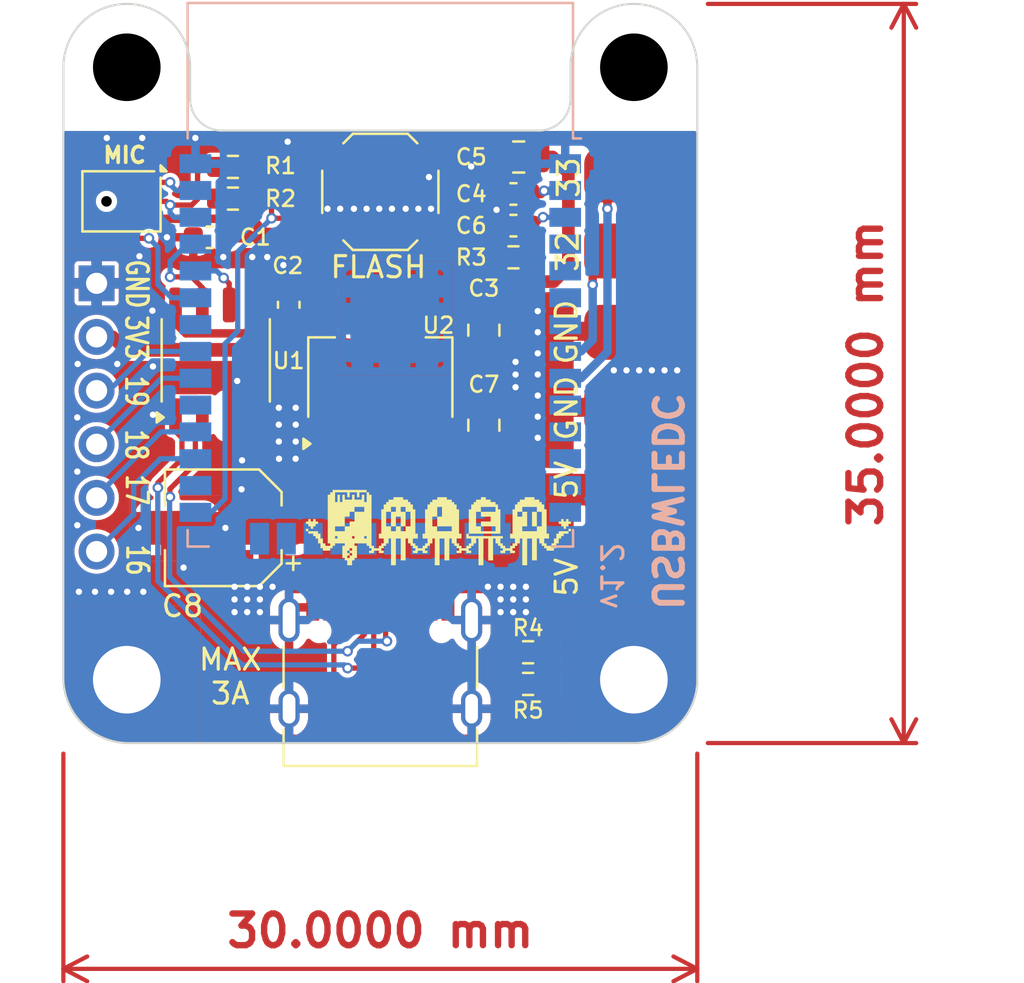
<source format=kicad_pcb>
(kicad_pcb (version 20240108) (generator "pcbnew") (generator_version "8.0")
  (title_block (title "USBWLEDC") (date "2024-12-31") (rev "1.2") (company "Adi Linden") (comment 2 "Original creator: NANDXOR"))
  (layers (0 "F.Cu" signal) (31 "B.Cu" signal) (34 "B.Paste" user) (35 "F.Paste" user) (36 "B.SilkS" user "B.Silkscreen") (37 "F.SilkS" user "F.Silkscreen") (38 "B.Mask" user) (39 "F.Mask" user) (44 "Edge.Cuts" user))
  (net 0 "")
  (net 1 "+5V")
  (net 2 "GND")
  (net 3 "I2S_WS")
  (net 4 "RX")
  (net 5 "TX")
  (net 6 "FLASH")
  (net 7 "STRIP_DATA_2")
  (net 8 "STRIP_DATA_1")
  (net 9 "I2S_SCK")
  (net 10 "I2S_SD")
  (net 11 "IO16")
  (net 12 "IO17")
  (net 13 "+3V3")
  (net 14 "Net-(J10-CC1)")
  (net 15 "D+")
  (net 16 "D-")
  (net 18 "Net-(J10-CC2)")
  (net 20 "Net-(U3-EN)")
  (net 41 "IO18")
  (net 42 "IO19")
  (footprint "Connector_USB:USB_C_Receptacle_G-Switch_GT-USB-7010ASV" (layer "F.Cu") (at 45 62.3)
    (property "Reference" "J10" (hide yes))
    (property "Value" "USB_C_Receptacle_USB2.0")
  )
  (footprint "Resistor_SMD:R_0603_1608Metric" (layer "F.Cu") (at 51.9938 62.2)
    (property "Reference" "R5")
    (property "Value" "5.1k")
  )
  (footprint "Resistor_SMD:R_0603_1608Metric" (layer "F.Cu") (at 51.9938 60.7)
    (property "Reference" "R4")
    (property "Value" "5.1k")
  )
  (footprint "Sensor_Audio:InvenSense_ICS-43434-6_3.5x2.65mm" (layer "F.Cu") (at 32.75 39.35 -90)
    (property "Reference" "MK1" (hide yes))
    (property "Value" "ICS-43434")
  )
  (footprint "Capacitor_SMD:C_0603_1608Metric" (layer "F.Cu") (at 51.3 40.5 180)
    (property "Reference" "C6")
    (property "Value" "1uF")
  )
  (footprint "Library:SolderWirePad_1x01_SMD_3x6mm" (layer "F.Cu") (at 57.15 49.15 90)
    (property "Reference" "J3" (hide yes))
    (property "Value" "GND PAD")
  )
  (footprint "Capacitor_SMD:C_0603_1608Metric" (layer "F.Cu") (at 40.6654 44.2468 -90)
    (property "Reference" "C2")
    (property "Value" "100nF")
  )
  (footprint "MountingHole:MountingHole_3.2mm_M3_DIN965_Pad" (layer "F.Cu") (at 57 33)
    (property "Reference" "H3" (hide yes))
    (property "Value" "MountingHole")
  )
  (footprint "Resistor_SMD:R_0603_1608Metric" (layer "F.Cu") (at 51.3 42)
    (property "Reference" "R3")
    (property "Value" "10k")
  )
  (footprint "Capacitor_SMD:C_0805_2012Metric" (layer "F.Cu") (at 51.55 37.25 180)
    (property "Reference" "C5")
    (property "Value" "10uF")
  )
  (footprint "MountingHole:MountingHole_3.2mm_M3_DIN965_Pad" (layer "F.Cu") (at 57 62)
    (property "Reference" "H2" (hide yes))
    (property "Value" "MountingHole")
  )
  (footprint "Button_Switch_SMD:SW_Push_1P1T_XKB_TS-1187A" (layer "F.Cu") (at 45 38.9)
    (property "Reference" "SW1" (hide yes))
    (property "Value" "FLASH_SW")
  )
  (footprint "Capacitor_SMD:C_0603_1608Metric" (layer "F.Cu") (at 51.3 39)
    (property "Reference" "C4")
    (property "Value" "100nF")
  )
  (footprint "Capacitor_SMD:C_0805_2012Metric" (layer "F.Cu") (at 49.9 49.95 90)
    (property "Reference" "C7")
    (property "Value" "10uF")
  )
  (footprint "MountingHole:MountingHole_3.2mm_M3_DIN965_Pad" (layer "F.Cu") (at 33 33)
    (property "Reference" "H4" (hide yes))
    (property "Value" "MountingHole")
  )
  (footprint "Library:SolderWirePad_1x01_SMD_3x6mm" (layer "F.Cu") (at 57.15 53 90)
    (property "Reference" "J4" (hide yes))
    (property "Value" "5V PAD")
  )
  (footprint "Library:SolderWirePad_1x01_SMD_3x6mm" (layer "F.Cu") (at 57.15 56.6 90)
    (property "Reference" "J1" (hide yes))
    (property "Value" "5V PAD")
  )
  (footprint "Library:SolderWirePad_1x01_SMD_3x6mm" (layer "F.Cu") (at 57.15 38.1 90)
    (property "Reference" "J5" (hide yes))
    (property "Value" "D2 PAD")
  )
  (footprint "Capacitor_SMD:C_0805_2012Metric" (layer "F.Cu") (at 49.9 45.45 -90)
    (property "Reference" "C3")
    (property "Value" "10uF")
  )
  (footprint "Library:SolderWirePad_1x01_SMD_3x6mm" (layer "F.Cu") (at 57.15 41.7 90)
    (property "Reference" "J2" (hide yes))
    (property "Value" "D1 PAD")
  )
  (footprint "Resistor_SMD:R_0603_1608Metric" (layer "F.Cu") (at 38.0238 37.719)
    (property "Reference" "R1")
    (property "Value" "100k")
  )
  (footprint "LOGO" (layer "F.Cu") (at 47.75 54.8)
    (property "Reference" "G***" (hide yes))
    (property "Value" "LOGO" (hide yes))
  )
  (footprint "Capacitor_SMD:CP_Elec_5x5.4" (layer "F.Cu") (at 37.5666 54.80695 180)
    (property "Reference" "C8")
    (property "Value" "100uF")
  )
  (footprint "Library:SolderWirePad_1x01_SMD_3x6mm" (layer "F.Cu") (at 57.15 45.55 90)
    (property "Reference" "J6" (hide yes))
    (property "Value" "GND PAD")
  )
  (footprint "Connector_PinHeader_2.54mm:PinHeader_1x06_P2.54mm_Vertical" (layer "F.Cu") (at 31.5722 43.2308)
    (property "Reference" "J7" (hide yes))
    (property "Value" "Accessories")
  )
  (footprint "Capacitor_SMD:C_0603_1608Metric" (layer "F.Cu") (at 36.925 41.05)
    (property "Reference" "C1")
    (property "Value" "100nF")
  )
  (footprint "MountingHole:MountingHole_3.2mm_M3_DIN965_Pad" (layer "F.Cu") (at 33 62)
    (property "Reference" "H1" (hide yes))
    (property "Value" "MountingHole")
  )
  (footprint "Package_SO:SOP-8_3.9x4.9mm_P1.27mm" (layer "F.Cu") (at 37.211 46.88 90)
    (property "Reference" "U1")
    (property "Value" "CH340N")
  )
  (footprint "Resistor_SMD:R_0603_1608Metric" (layer "F.Cu") (at 38.0238 39.219)
    (property "Reference" "R2")
    (property "Value" "10k")
  )
  (footprint "Package_TO_SOT_SMD:SOT-223-3_TabPin2" (layer "F.Cu") (at 45 47.7 90)
    (property "Reference" "U2")
    (property "Value" "AMS1117-3.3")
  )
  (footprint "RF_Module:ESP32-WROOM-32" (layer "B.Cu") (at 45 45.815 180)
    (property "Reference" "U3" (hide yes))
    (property "Value" "ESP32-WROOM-32")
  )
  (gr_line (start 60 33) (end 60 62) (stroke (width 0.1)) (layer "Edge.Cuts"))
  (gr_arc (start 54 33) (mid 57 30) (end 60 33) (stroke (width 0.1)) (layer "Edge.Cuts"))
  (gr_arc (start 30 33) (mid 33 30) (end 36 33) (stroke (width 0.1)) (layer "Edge.Cuts"))
  (gr_line (start 37.5 36) (end 52.5 36) (stroke (width 0.1)) (layer "Edge.Cuts"))
  (gr_line (start 54 34.5) (end 54 33) (stroke (width 0.1)) (layer "Edge.Cuts"))
  (gr_arc (start 60 62) (mid 59.12132 64.12132) (end 57 65) (stroke (width 0.1)) (layer "Edge.Cuts"))
  (gr_arc (start 54 34.5) (mid 53.56066 35.56066) (end 52.5 36) (stroke (width 0.1)) (layer "Edge.Cuts"))
  (gr_line (start 36 34.5) (end 36 33) (stroke (width 0.1)) (layer "Edge.Cuts"))
  (gr_line (start 57 65) (end 33 65) (stroke (width 0.1)) (layer "Edge.Cuts"))
  (gr_line (start 30 33) (end 30 62) (stroke (width 0.1)) (layer "Edge.Cuts"))
  (gr_arc (start 37.5 36) (mid 36.43934 35.56066) (end 36 34.5) (stroke (width 0.1)) (layer "Edge.Cuts"))
  (gr_arc (start 33 65) (mid 30.907728 64.092272) (end 30 62) (stroke (width 0.1)) (layer "Edge.Cuts"))
  (gr_text "v1.2" (at 55.35 58.75 270) (layer "B.SilkS") (effects (font (size 1 1)) (justify left bottom mirror)))
  (gr_text "USBWLEDC" (at 57.8 58.85 270) (layer "B.SilkS") (effects (font (size 1.3 1.3) (thickness 0.28) (bold yes)) (justify left bottom mirror)))
  (gr_text "5V" (at 54.4 58.15 90) (layer "F.SilkS") (effects (font (size 1 1)) (justify left bottom)))
  (gr_text "FLASH" (at 42.55 43.05 0) (layer "F.SilkS") (effects (font (size 1 1)) (justify left bottom)))
  (gr_text "33" (at 54.5 39.277381 90) (layer "F.SilkS") (effects (font (size 1 1)) (justify left bottom)))
  (gr_text "GND" (at 54.4 47.16131 90) (layer "F.SilkS") (effects (font (size 1 1)) (justify left bottom)))
  (gr_text "GND" (at 33.4772 43.26 270) (layer "F.SilkS") (effects (font (size 1 0.75) (thickness 0.15) (bold yes))))
  (gr_text "3V3" (at 33.4516 45.8 270) (layer "F.SilkS") (effects (font (size 1 0.75))))
  (gr_text "32" (at 54.45 42.777381 90) (layer "F.SilkS") (effects (font (size 1 1)) (justify left bottom)))
  (gr_text "MIC" (at 31.8 37.6 0) (layer "F.SilkS") (effects (font (size 0.75 0.75) (thickness 0.175) (bold yes)) (justify left bottom)))
  (gr_text "MAX\n3A" (at 37.9 61.85 0) (layer "F.SilkS") (effects (font (size 1 1))))
  (gr_text "19" (at 33.4516 48.34 270) (layer "F.SilkS") (effects (font (size 1 0.75) (thickness 0.15) (bold yes))))
  (gr_text "5V" (at 54.4 53.55 90) (layer "F.SilkS") (effects (font (size 1 1)) (justify left bottom)))
  (gr_text "17" (at 33.4772 53.0098 270) (layer "F.SilkS") (effects (font (size 1 0.75) (thickness 0.15) (bold yes))))
  (gr_text "18" (at 33.4516 50.88 270) (layer "F.SilkS") (effects (font (size 1 0.75) (thickness 0.15) (bold yes))))
  (gr_text "16" (at 33.5026 56.3372 270) (layer "F.SilkS") (effects (font (size 1 0.75) (thickness 0.15) (bold yes))))
  (gr_text "GND" (at 54.4 50.76131 90) (layer "F.SilkS") (effects (font (size 1 1)) (justify left bottom)))
  (dimension (type aligned) (layer "F.Cu") (pts (xy 60 65) (xy 30 65)) (height -10.692) (gr_text "30.0000 mm" (at 45 73.892 0) (layer "F.Cu") (effects (font (size 1.5 1.5) (thickness 0.3)))) (format (prefix "") (suffix "") (units 3) (units_format 1) (precision 4)) (style (thickness 0.2) (arrow_length 1.27) (text_position_mode 0) (extension_height 0.58642) (extension_offset 0.5) keep_text_aligned))
  (dimension (type aligned) (layer "F.Cu") (pts (xy 60 65) (xy 60 30)) (height 9.7738) (gr_text "35.0000 mm" (at 67.9738 47.5 90) (layer "F.Cu") (effects (font (size 1.5 1.5) (thickness 0.3)))) (format (prefix "") (suffix "") (units 3) (units_format 1) (precision 4)) (style (thickness 0.2) (arrow_length 1.27) (text_position_mode 0) (extension_height 0.58642) (extension_offset 0.5) keep_text_aligned))
  (segment (start 49.9 50.9) (end 49.9 52.57) (width 0.8) (layer "F.Cu") (net 1))
  (segment (start 47.4 58.575) (end 47.4 57.2) (width 0.4) (layer "F.Cu") (net 1))
  (segment (start 42.6 58.575) (end 42.6 57.25) (width 0.4) (layer "F.Cu") (net 1))
  (segment (start 49.75 50.9) (end 47.5 50.9) (width 0.8) (layer "F.Cu") (net 1))
  (segment (start 57.25 47.25) (end 57.25 48.1) (width 0.25) (layer "F.Cu") (net 2))
  (segment (start 49.9 49) (end 49.9 46.4) (width 0.4) (layer "F.Cu") (net 2))
  (segment (start 56.65 47.25) (end 56.65 46.75) (width 0.25) (layer "F.Cu") (net 2))
  (segment (start 40.8178 57.5818) (end 41.6734 57.5818) (width 0.65) (layer "F.Cu") (net 2))
  (segment (start 50.5 39.75) (end 49.35 39.75) (width 0.4) (layer "F.Cu") (net 2))
  (segment (start 48.2 58.575) (end 48.2 57.718) (width 0.4) (layer "F.Cu") (net 2))
  (segment (start 58.45 47.25) (end 58.45 46.75) (width 0.25) (layer "F.Cu") (net 2))
  (segment (start 41.8 58.575) (end 41.8 57.7084) (width 0.4) (layer "F.Cu") (net 2))
  (segment (start 48.2 57.718) (end 48.3362 57.5818) (width 0.4) (layer "F.Cu") (net 2))
  (segment (start 39.7383 64.7954) (end 41.5925 64.7954) (width 0.4) (layer "F.Cu") (net 2))
  (segment (start 56.05 47.35) (end 59.05 47.35) (width 0.4) (layer "F.Cu") (net 2))
  (segment (start 41.8 57.7084) (end 41.6734 57.5818) (width 0.4) (layer "F.Cu") (net 2))
  (segment (start 57.85 47.25) (end 57.85 48) (width 0.25) (layer "F.Cu") (net 2))
  (segment (start 50.525 39) (end 49.4 39) (width 0.4) (layer "F.Cu") (net 2))
  (segment (start 50.525 39.75) (end 50.525 40.5) (width 0.4) (layer "F.Cu") (net 2))
  (segment (start 50.525 39) (end 50.525 39.75) (width 0.4) (layer "F.Cu") (net 2))
  (segment (start 58.45 47.25) (end 58.45 48.05) (width 0.25) (layer "F.Cu") (net 2))
  (segment (start 48.3743 64.7954) (end 50.2285 64.7954) (width 0.4) (layer "F.Cu") (net 2))
  (segment (start 56.05 47.25) (end 56.05 46.75) (width 0.25) (layer "F.Cu") (net 2))
  (segment (start 57.25 47.25) (end 57.25 46.75) (width 0.25) (layer "F.Cu") (net 2))
  (segment (start 59.05 47.25) (end 59.05 46.75) (width 0.25) (layer "F.Cu") (net 2))
  (segment (start 50.525 39.75) (end 50.5 39.75) (width 0.4) (layer "F.Cu") (net 2))
  (segment (start 56.65 47.25) (end 56.65 48.05) (width 0.25) (layer "F.Cu") (net 2))
  (segment (start 49.1 36.95) (end 50.35 36.95) (width 0.4) (layer "F.Cu") (net 2))
  (segment (start 48.3362 57.5818) (end 50.6706 57.5818) (width 0.65) (layer "F.Cu") (net 2))
  (segment (start 59.05 47.25) (end 59.05 48.2) (width 0.25) (layer "F.Cu") (net 2))
  (segment (start 57.85 47.25) (end 57.85 46.75) (width 0.25) (layer "F.Cu") (net 2))
  (segment (start 56.05 47.25) (end 56.05 47.95) (width 0.25) (layer "F.Cu") (net 2))
  (segment (start 42.7 50.85) (end 41.05 50.85) (width 0.8) (layer "F.Cu") (net 2))
  (via (at 56.05 47.35) (size 0.5) (drill 0.3) (layers "F.Cu" "B.Cu") (net 2))
  (via (at 51.2888 57.6) (size 0.5) (drill 0.3) (layers "F.Cu" "B.Cu") (net 2))
  (via (at 50.0888 57.6) (size 0.5) (drill 0.3) (layers "F.Cu" "B.Cu") (net 2))
  (via (at 38.7 58.8) (size 0.5) (drill 0.3) (layers "F.Cu" "B.Cu") (net 2))
  (via (at 52.45 48.546) (size 0.5) (drill 0.3) (layers "F.Cu" "B.Cu") (net 2))
  (via (at 44.35 39.7) (size 0.5) (drill 0.3) (layers "F.Cu" "B.Cu") (net 2))
  (via (at 33.5534 54.8132) (size 0.5) (drill 0.3) (layers "F.Cu" "B.Cu") (net 2))
  (via (at 50.5 39.75) (size 0.5) (drill 0.3) (layers "F.Cu" "B.Cu") (net 2))
  (via (at 32.258 57.8358) (size 0.5) (drill 0.3) (layers "F.Cu" "B.Cu") (net 2))
  (via (at 30.6578 54.6862) (size 0.5) (drill 0.3) (layers "F.Cu" "B.Cu") (net 2))
  (via (at 51.8888 58.8) (size 0.5) (drill 0.3) (layers "F.Cu" "B.Cu") (net 2))
  (via (at 52.45 50.546) (size 0.5) (drill 0.3) (layers "F.Cu" "B.Cu") (net 2))
  (via (at 34.9 41.05) (size 0.5) (drill 0.3) (layers "F.Cu" "B.Cu") (net 2))
  (via (at 30.734 57.8358) (size 0.5) (drill 0.3) (layers "F.Cu" "B.Cu") (net 2))
  (via (at 40.9912 51.538) (size 0.5) (drill 0.3) (layers "F.Cu" "B.Cu") (net 2))
  (via (at 30.6578 49.5808) (size 0.5) (drill 0.3) (layers "F.Cu" "B.Cu") (net 2))
  (via (at 47.4 39.7) (size 0.5) (drill 0.3) (layers "F.Cu" "B.Cu") (net 2))
  (via (at 57.25 47.35) (size 0.5) (drill 0.3) (layers "F.Cu" "B.Cu") (net 2))
  (via (at 51.4 46.95) (size 0.5) (drill 0.3) (layers "F.Cu" "B.Cu") (net 2))
  (via (at 56.65 47.35) (size 0.5) (drill 0.3) (layers "F.Cu" "B.Cu") (net 2))
  (via (at 34.2392 49.4538) (size 0.5) (drill 0.3) (layers "F.Cu" "B.Cu") (net 2))
  (via (at 37.6682 54.8132) (size 0.5) (drill 0.3) (layers "F.Cu" "B.Cu") (net 2))
  (via (at 30.6578 52.1462) (size 0.5) (drill 0.3) (layers "F.Cu" "B.Cu") (net 2))
  (via (at 34.2138 44.5262) (size 0.5) (drill 0.3) (layers "F.Cu" "B.Cu") (net 2))
  (via (at 38.7 58.2) (size 0.5) (drill 0.3) (layers "F.Cu" "B.Cu") (net 2))
  (via (at 39.3 58.8) (size 0.5) (drill 0.3) (layers "F.Cu" "B.Cu") (net 2))
  (via (at 42.5 39.7) (size 0.5) (drill 0.3) (layers "F.Cu" "B.Cu") (net 2))
  (via (at 51.8888 58.2) (size 0.5) (drill 0.3) (layers "F.Cu" "B.Cu") (net 2))
  (via (at 39.3 58.2) (size 0.5) (drill 0.3) (layers "F.Cu" "B.Cu") (net 2))
  (via (at 52.45 44.546) (size 0.5) (drill 0.3) (layers "F.Cu" "B.Cu") (net 2))
  (via (at 36.2458 36.3474) (size 0.5) (drill 0.3) (layers "F.Cu" "B.Cu") (net 2))
  (via (at 39.6494 41.9862) (size 0.5) (drill 0.3) (layers "F.Cu" "B.Cu") (net 2))
  (via (at 58.45 47.35) (size 0.5) (drill 0.3) (layers "F.Cu" "B.Cu") (net 2))
  (via (at 46.8 39.7) (size 0.5) (drill 0.3) (layers "F.Cu" "B.Cu") (net 2))
  (via (at 52.45 49.546) (size 0.5) (drill 0.3) (layers "F.Cu" "B.Cu") (net 2))
  (via (at 57.85 47.35) (size 0.5) (drill 0.3) (layers "F.Cu" "B.Cu") (net 2))
  (via (at 34.2392 47.1678) (size 0.5) (drill 0.3) (layers "F.Cu" "B.Cu") (net 2))
  (via (at 51.2888 58.8) (size 0.5) (drill 0.3) (layers "F.Cu" "B.Cu") (net 2))
  (via (at 33.02 57.8358) (size 0.5) (drill 0.3) (layers "F.Cu" "B.Cu") (net 2))
  (via (at 38.1 58.8) (size 0.5) (drill 0.3) (layers "F.Cu" "B.Cu") (net 2))
  (via (at 40.9956 49.1236) (size 0.5) (drill 0.3) (layers "F.Cu" "B.Cu") (net 2))
  (via (at 38.4556 51.6128) (size 0.5) (drill 0.3) (layers "F.Cu" "B.Cu") (net 2))
  (via (at 40.1956 49.9236) (size 0.5) (drill 0.3) (layers "F.Cu" "B.Cu") (net 2))
  (via (at 38.4302 52.9844) (size 0.5) (drill 0.3) (layers "F.Cu" "B.Cu") (net 2))
  (via (at 35.687 56.6928) (size 0.5) (drill 0.3) (layers "F.Cu" "B.Cu") (net 2))
  (via (at 39.3 57.6) (size 0.5) (drill 0.3) (layers "F.Cu" "B.Cu") (net 2))
  (via (at 33.7312 36.3474) (size 0.5) (drill 0.3) (layers "F.Cu" "B.Cu") (net 2))
  (via (at 49.3 37.7) (size 0.5) (drill 0.3) (layers "F.Cu" "B.Cu") (net 2))
  (via (at 38.9382 41.9862) (size 0.5) (drill 0.3) (layers "F.Cu" "B.Cu") (net 2))
  (via (at 30.6762 47.05) (size 0.5) (drill 0.3) (layers "F.Cu" "B.Cu") (net 2))
  (via (at 31.496 57.8358) (size 0.5) (drill 0.3) (layers "F.Cu" "B.Cu") (net 2))
  (via (at 33.782 57.8358) (size 0.5) (drill 0.3) (layers "F.Cu" "B.Cu") (net 2))
  (via (at 40.9956 49.9236) (size 0.5) (drill 0.3) (layers "F.Cu" "B.Cu") (net 2))
  (via (at 40.1956 49.1236) (size 0.5) (drill 0.3) (layers "F.Cu" "B.Cu") (net 2))
  (via (at 52.45 45.546) (size 0.5) (drill 0.3) (layers "F.Cu" "B.Cu") (net 2))
  (via (at 51.2888 58.2) (size 0.5) (drill 0.3) (layers "F.Cu" "B.Cu") (net 2))
  (via (at 38.227 47.8536) (size 0.5) (drill 0.3) (layers "F.Cu" "B.Cu") (net 2))
  (via (at 38.1 58.2) (size 0.5) (drill 0.3) (layers "F.Cu" "B.Cu") (net 2))
  (via (at 40.1956 50.7236) (size 0.5) (drill 0.3) (layers "F.Cu" "B.Cu") (net 2))
  (via (at 37.5666 41.9862) (size 0.5) (drill 0.3) (layers "F.Cu" "B.Cu") (net 2))
  (via (at 50.6888 58.2) (size 0.5) (drill 0.3) (layers "F.Cu" "B.Cu") (net 2))
  (via (at 38.7 57.6) (size 0.5) (drill 0.3) (layers "F.Cu" "B.Cu") (net 2))
  (via (at 52.45 46.546) (size 0.5) (drill 0.3) (layers "F.Cu" "B.Cu") (net 2))
  (via (at 40.6146 36.5252) (size 0.5) (drill 0.3) (layers "F.Cu" "B.Cu") (net 2))
  (via (at 32.0548 36.3474) (size 0.5) (drill 0.3) (layers "F.Cu" "B.Cu") (net 2))
  (via (at 39.9 57.6) (size 0.5) (drill 0.3) (layers "F.Cu" "B.Cu") (net 2))
  (via (at 32.55 47.05) (size 0.5) (drill 0.3) (layers "F.Cu" "B.Cu") (net 2))
  (via (at 40.2038 51.538) (size 0.5) (drill 0.3) (layers "F.Cu" "B.Cu") (net 2))
  (via (at 40.4114 42.3672) (size 0.5) (drill 0.3) (layers "F.Cu" "B.Cu") (net 2))
  (via (at 40.9956 50.7236) (size 0.5) (drill 0.3) (layers "F.Cu" "B.Cu") (net 2))
  (via (at 59.05 47.35) (size 0.5) (drill 0.3) (layers "F.Cu" "B.Cu") (net 2))
  (via (at 51.4 47.55) (size 0.5) (drill 0.3) (layers "F.Cu" "B.Cu") (net 2))
  (via (at 51.8888 57.6) (size 0.5) (drill 0.3) (layers "F.Cu" "B.Cu") (net 2))
  (via (at 51.4 48.15) (size 0.5) (drill 0.3) (layers "F.Cu" "B.Cu") (net 2))
  (via (at 43.75 39.7) (size 0.5) (drill 0.3) (layers "F.Cu" "B.Cu") (net 2))
  (via (at 50.6888 58.8) (size 0.5) (drill 0.3) (layers "F.Cu" "B.Cu") (net 2))
  (via (at 38.1 57.6) (size 0.5) (drill 0.3) (layers "F.Cu" "B.Cu") (net 2))
  (via (at 50.6888 57.6) (size 0.5) (drill 0.3) (layers "F.Cu" "B.Cu") (net 2))
  (via (at 47.3 38.2) (size 0.5) (drill 0.3) (layers "F.Cu" "B.Cu") (net 2))
  (via (at 44.95 39.7) (size 0.5) (drill 0.3) (layers "F.Cu" "B.Cu") (net 2))
  (via (at 52.45 47.546) (size 0.5) (drill 0.3) (layers "F.Cu" "B.Cu") (net 2))
  (via (at 46.2 39.7) (size 0.5) (drill 0.3) (layers "F.Cu" "B.Cu") (net 2))
  (via (at 33.6 41.95) (size 0.5) (drill 0.3) (layers "F.Cu" "B.Cu") (net 2))
  (via (at 43.1 39.7) (size 0.5) (drill 0.3) (layers "F.Cu" "B.Cu") (net 2))
  (via (at 45.55 39.7) (size 0.5) (drill 0.3) (layers "F.Cu" "B.Cu") (net 2))
  (segment (start 34.114 38.45) (end 35.05 38.45) (width 0.25) (layer "F.Cu") (net 3))
  (via (at 35.05 38.45) (size 0.5) (drill 0.3) (layers "F.Cu" "B.Cu") (net 3))
  (segment (start 35.335 38.835) (end 36.25 38.835) (width 0.25) (layer "B.Cu") (net 3))
  (segment (start 35.05 38.45) (end 35.05 38.55) (width 0.25) (layer "B.Cu") (net 3))
  (segment (start 35.05 38.55) (end 35.335 38.835) (width 0.25) (layer "B.Cu") (net 3))
  (segment (start 37.585 42.9768) (end 37.846 43.2378) (width 0.25) (layer "F.Cu") (net 4))
  (segment (start 37.846 43.2378) (end 37.846 44.255) (width 0.25) (layer "F.Cu") (net 4))
  (via (at 37.585 42.9768) (size 0.5) (drill 0.3) (layers "F.Cu" "B.Cu") (net 4))
  (segment (start 37.2532 42.645) (end 36.25 42.645) (width 0.25) (layer "B.Cu") (net 4))
  (segment (start 37.585 42.9768) (end 37.2532 42.645) (width 0.25) (layer "B.Cu") (net 4))
  (segment (start 36.068 42.926) (end 36.576 43.434) (width 0.25) (layer "F.Cu") (net 5))
  (segment (start 36.576 43.434) (end 36.576 44.255) (width 0.25) (layer "F.Cu") (net 5))
  (segment (start 35.050498 42.926) (end 36.068 42.926) (width 0.25) (layer "F.Cu") (net 5))
  (via (at 35.050498 42.926) (size 0.5) (drill 0.3) (layers "F.Cu" "B.Cu") (net 5))
  (segment (start 35.050498 42.926) (end 35.05 42.925502) (width 0.25) (layer "B.Cu") (net 5))
  (segment (start 35.86038 41.375) (end 36.25 41.375) (width 0.25) (layer "B.Cu") (net 5))
  (segment (start 35.05 42.925502) (end 35.05 42.18538) (width 0.25) (layer "B.Cu") (net 5))
  (segment (start 35.05 42.18538) (end 35.86038 41.375) (width 0.25) (layer "B.Cu") (net 5))
  (segment (start 39.519 39.219) (end 39.85 39.55) (width 0.25) (layer "F.Cu") (net 6))
  (segment (start 39.85 39.55) (end 39.85 40.15) (width 0.25) (layer "F.Cu") (net 6))
  (segment (start 38.8488 39.219) (end 39.519 39.219) (width 0.25) (layer "F.Cu") (net 6))
  (segment (start 42 40.775) (end 48 40.775) (width 0.25) (layer "F.Cu") (net 6))
  (segment (start 39.85 40.15) (end 41.375 40.15) (width 0.25) (layer "F.Cu") (net 6))
  (segment (start 41.375 40.15) (end 42 40.775) (width 0.25) (layer "F.Cu") (net 6))
  (via (at 39.85 40.15) (size 0.5) (drill 0.3) (layers "F.Cu" "B.Cu") (net 6))
  (segment (start 38.25 41.75) (end 39.85 40.15) (width 0.25) (layer "B.Cu") (net 6))
  (segment (start 37 54.075) (end 36.25 54.075) (width 0.25) (layer "B.Cu") (net 6))
  (segment (start 38.25 45.4938) (end 38.25 41.75) (width 0.25) (layer "B.Cu") (net 6))
  (segment (start 38.25 45.4938) (end 37.65 46.0938) (width 0.25) (layer "B.Cu") (net 6))
  (segment (start 37.65 53.425) (end 37 54.075) (width 0.25) (layer "B.Cu") (net 6))
  (segment (start 37.65 46.0938) (end 37.65 53.425) (width 0.25) (layer "B.Cu") (net 6))
  (segment (start 55.747442 39.703649) (end 55.747442 39.402558) (width 0.4) (layer "F.Cu") (net 7))
  (segment (start 55.747442 39.402558) (end 55.75 39.4) (width 0.4) (layer "F.Cu") (net 7))
  (via (at 55.747442 39.703649) (size 0.5) (drill 0.3) (layers "F.Cu" "B.Cu") (net 7))
  (segment (start 53.75 47.725) (end 54.5 47.725) (width 0.25) (layer "B.Cu") (net 7))
  (segment (start 55.747442 39.703649) (end 55.75 39.706207) (width 0.4) (layer "B.Cu") (net 7))
  (segment (start 55.75 39.706207) (end 55.75 46.475) (width 0.4) (layer "B.Cu") (net 7))
  (segment (start 55.75 46.475) (end 54.5 47.725) (width 0.4) (layer "B.Cu") (net 7))
  (segment (start 55.05 43.3) (end 55.05 42.8) (width 0.4) (layer "F.Cu") (net 8))
  (via (at 55.05 43.3) (size 0.5) (drill 0.3) (layers "F.Cu" "B.Cu") (net 8))
  (segment (start 55.05 43.3) (end 55.05 45.905) (width 0.4) (layer "B.Cu") (net 8))
  (segment (start 55.05 45.905) (end 54.5 46.455) (width 0.4) (layer "B.Cu") (net 8))
  (segment (start 53.75 46.455) (end 54.5 46.455) (width 0.25) (layer "B.Cu") (net 8))
  (segment (start 33.592 41.1) (end 33.292 40.8) (width 0.25) (layer "F.Cu") (net 9))
  (segment (start 34.05 41.1) (end 33.592 41.1) (width 0.25) (layer "F.Cu") (net 9))
  (segment (start 33.292 40.8) (end 33.292 40.25) (width 0.25) (layer "F.Cu") (net 9))
  (via (at 34.05 41.1) (size 0.5) (drill 0.3) (layers "F.Cu" "B.Cu") (net 9))
  (segment (start 34.475498 43.275498) (end 34.475498 41.525498) (width 0.25) (layer "B.Cu") (net 9))
  (segment (start 34.5 43.3) (end 34.475498 43.275498) (width 0.25) (layer "B.Cu") (net 9))
  (segment (start 34.475498 41.525498) (end 34.3 41.35) (width 0.25) (layer "B.Cu") (net 9))
  (segment (start 34.3 41.35) (end 34.05 41.1) (width 0.25) (layer "B.Cu") (net 9))
  (segment (start 36.25 43.915) (end 35.115 43.915) (width 0.25) (layer "B.Cu") (net 9))
  (segment (start 35.115 43.915) (end 34.5 43.3) (width 0.25) (layer "B.Cu") (net 9))
  (segment (start 35.05 39.525) (end 36.075 39.525) (width 0.25) (layer "F.Cu") (net 10))
  (segment (start 36.631 37.719) (end 37.1988 37.719) (width 0.25) (layer "F.Cu") (net 10))
  (segment (start 36.35 39.25) (end 36.35 38) (width 0.25) (layer "F.Cu") (net 10))
  (segment (start 36.075 39.525) (end 36.35 39.25) (width 0.25) (layer "F.Cu") (net 10))
  (segment (start 36.35 38) (end 36.631 37.719) (width 0.25) (layer "F.Cu") (net 10))
  (segment (start 34.114 39.35) (end 34.875 39.35) (width 0.25) (layer "F.Cu") (net 10))
  (segment (start 34.875 39.35) (end 35.05 39.525) (width 0.25) (layer "F.Cu") (net 10))
  (via (at 35.05 39.525) (size 0.5) (drill 0.3) (layers "F.Cu" "B.Cu") (net 10))
  (segment (start 35.05 39.525) (end 35.05 39.9) (width 0.25) (layer "B.Cu") (net 10))
  (segment (start 35.255 40.105) (end 36.25 40.105) (width 0.25) (layer "B.Cu") (net 10))
  (segment (start 35.05 39.9) (end 35.255 40.105) (width 0.25) (layer "B.Cu") (net 10))
  (segment (start 36.25 51.535) (end 34.5964 51.535) (width 0.25) (layer "B.Cu") (net 11))
  (segment (start 34.5964 51.535) (end 33.3248 52.8066) (width 0.25) (layer "B.Cu") (net 11))
  (segment (start 31.5722 55.905027) (end 31.5722 55.9308) (width 0.25) (layer "B.Cu") (net 11))
  (segment (start 33.239027 54.2382) (end 31.5722 55.905027) (width 0.25) (layer "B.Cu") (net 11))
  (segment (start 33.3248 54.1782) (end 33.2648 54.2382) (width 0.25) (layer "B.Cu") (net 11))
  (segment (start 33.3248 52.8066) (end 33.3248 54.1782) (width 0.25) (layer "B.Cu") (net 11))
  (segment (start 33.2648 54.2382) (end 33.239027 54.2382) (width 0.25) (layer "B.Cu") (net 11))
  (segment (start 31.5722 53.3908) (end 31.5722 53.3146) (width 0.25) (layer "B.Cu") (net 12))
  (segment (start 31.5722 53.3146) (end 34.6218 50.265) (width 0.25) (layer "B.Cu") (net 12))
  (segment (start 34.6218 50.265) (end 36.25 50.265) (width 0.25) (layer "B.Cu") (net 12))
  (segment (start 37.7 40.55) (end 37.325 40.175) (width 0.4) (layer "F.Cu") (net 13))
  (segment (start 37.325 40.175) (end 34.189 40.175) (width 0.4) (layer "F.Cu") (net 13))
  (segment (start 53.15 37.25) (end 53.9 38) (width 0.6) (layer "F.Cu") (net 13))
  (segment (start 52.075 37.675) (end 52.5 37.25) (width 0.4) (layer "F.Cu") (net 13))
  (segment (start 39.8828 45.0218) (end 40.6654 45.0218) (width 0.4) (layer "F.Cu") (net 13))
  (segment (start 37.75 39.5) (end 38.35 40.1) (width 0.4) (layer "F.Cu") (net 13))
  (segment (start 32.3342 45.7708) (end 32.915661 46.352261) (width 0.6) (layer "F.Cu") (net 13))
  (segment (start 39.2 40.45) (end 39.2 40.85) (width 0.4) (layer "F.Cu") (net 13))
  (segment (start 34.189 40.175) (end 34.114 40.25) (width 0.4) (layer "F.Cu") (net 13))
  (segment (start 52.6 39) (end 52.75 38.85) (width 0.4) (layer "F.Cu") (net 13))
  (segment (start 35.306 45.106) (end 35.306 44.255) (width 0.4) (layer "F.Cu") (net 13))
  (segment (start 39.116 44.255) (end 39.116 45.1104) (width 0.4) (layer "F.Cu") (net 13))
  (segment (start 52.075 39) (end 52.6 39) (width 0.4) (layer "F.Cu") (net 13))
  (segment (start 37.1988 39.219) (end 37.469 39.219) (width 0.4) (layer "F.Cu") (net 13))
  (segment (start 52.075 39) (end 52.075 37.675) (width 0.4) (layer "F.Cu") (net 13))
  (segment (start 32.915661 46.352261) (end 32.915661 46.355) (width 0.6) (layer "F.Cu") (net 13))
  (segment (start 53.9 38) (end 53.9 42.45) (width 0.6) (layer "F.Cu") (net 13))
  (segment (start 37.469 39.219) (end 37.75 39.5) (width 0.4) (layer "F.Cu") (net 13))
  (segment (start 37.7 41.05) (end 37.7 40.55) (width 0.4) (layer "F.Cu") (net 13))
  (segment (start 52.5 37.25) (end 53.15 37.25) (width 0.6) (layer "F.Cu") (net 13))
  (segment (start 39.116 45.1104) (end 38.6264 45.6) (width 0.4) (layer "F.Cu") (net 13))
  (segment (start 53.2 43.15) (end 49.25 43.15) (width 0.6) (layer "F.Cu") (net 13))
  (segment (start 32.915661 46.355) (end 32.941061 46.3804) (width 0.65) (layer "F.Cu") (net 13))
  (segment (start 53.9 42.45) (end 53.2 43.15) (width 0.6) (layer "F.Cu") (net 13))
  (segment (start 32.941061 46.3804) (end 38.735 46.3804) (width 0.65) (layer "F.Cu") (net 13))
  (segment (start 31.5722 45.7708) (end 32.3342 45.7708) (width 0.6) (layer "F.Cu") (net 13))
  (segment (start 38.35 40.1) (end 38.85 40.1) (width 0.4) (layer "F.Cu") (net 13))
  (segment (start 35.8 45.6) (end 35.306 45.106) (width 0.4) (layer "F.Cu") (net 13))
  (segment (start 38.6264 45.6) (end 35.8 45.6) (width 0.4) (layer "F.Cu") (net 13))
  (segment (start 38.85 40.1) (end 39.2 40.45) (width 0.4) (layer "F.Cu") (net 13))
  (segment (start 39.116 44.255) (end 39.8828 45.0218) (width 0.4) (layer "F.Cu") (net 13))
  (via (at 52.75 38.85) (size 0.5) (drill 0.3) (layers "F.Cu" "B.Cu") (net 13))
  (segment (start 53.735 38.85) (end 53.75 38.835) (width 0.6) (layer "B.Cu") (net 13))
  (segment (start 52.75 38.85) (end 53.735 38.85) (width 0.4) (layer "B.Cu") (net 13))
  (segment (start 44.75 61.7) (end 44.3 62.15) (width 0.25) (layer "F.Cu") (net 14))
  (segment (start 50.05 61.7) (end 44.75 61.7) (width 0.25) (layer "F.Cu") (net 14))
  (segment (start 44.3 62.15) (end 43.25 62.15) (width 0.25) (layer "F.Cu") (net 14))
  (segment (start 50.55 62.2) (end 50.05 61.7) (width 0.25) (layer "F.Cu") (net 14))
  (segment (start 42.8 61.7) (end 42.8 60.35) (width 0.25) (layer "F.Cu") (net 14))
  (segment (start 43.25 62.15) (end 42.8 61.7) (width 0.25) (layer "F.Cu") (net 14))
  (segment (start 51.1688 62.2) (end 50.55 62.2) (width 0.25) (layer "F.Cu") (net 14))
  (segment (start 42.8 60.35) (end 43.75 59.4) (width 0.25) (layer "F.Cu") (net 14))
  (segment (start 43.75 59.4) (end 43.75 58.575) (width 0.25) (layer "F.Cu") (net 14))
  (segment (start 50.9188 61.95) (end 51.1688 62.2) (width 0.25) (layer "F.Cu") (net 14))
  (segment (start 45.75 58.575) (end 45.75 59.6) (width 0.25) (layer "F.Cu") (net 15))
  (segment (start 35.6108 50.5461) (end 35.306 50.2413) (width 0.25) (layer "F.Cu") (net 15))
  (segment (start 35.6108 51.5366) (end 35.6108 50.5461) (width 0.25) (layer "F.Cu") (net 15))
  (segment (start 44.687824 59.712176) (end 44.75 59.65) (width 0.25) (layer "F.Cu") (net 15))
  (segment (start 34.470728 52.910768) (end 34.470728 52.676672) (width 0.25) (layer "F.Cu") (net 15))
  (segment (start 34.470728 52.676672) (end 35.6108 51.5366) (width 0.25) (layer "F.Cu") (net 15))
  (segment (start 44.895166 60.75) (end 44.687824 60.542658) (width 0.25) (layer "F.Cu") (net 15))
  (segment (start 44.895166 60.75) (end 44.195166 61.45) (width 0.25) (layer "F.Cu") (net 15))
  (segment (start 35.306 50.2413) (end 35.306 49.505) (width 0.25) (layer "F.Cu") (net 15))
  (segment (start 45.95 59.8) (end 45.95 60.55) (width 0.25) (layer "F.Cu") (net 15))
  (segment (start 45.95 60.55) (end 45.75 60.75) (width 0.25) (layer "F.Cu") (net 15))
  (segment (start 44.75 59.65) (end 44.75 58.575) (width 0.25) (layer "F.Cu") (net 15))
  (segment (start 44.687824 60.542658) (end 44.687824 59.712176) (width 0.25) (layer "F.Cu") (net 15))
  (segment (start 45.75 59.6) (end 45.95 59.8) (width 0.25) (layer "F.Cu") (net 15))
  (segment (start 44.195166 61.45) (end 43.45 61.45) (width 0.25) (layer "F.Cu") (net 15))
  (segment (start 45.75 60.75) (end 44.895166 60.75) (width 0.25) (layer "F.Cu") (net 15))
  (via (at 43.45 61.45) (size 0.5) (drill 0.3) (layers "F.Cu" "B.Cu") (net 15))
  (via (at 34.470728 52.910768) (size 0.5) (drill 0.3) (layers "F.Cu" "B.Cu") (net 15))
  (segment (start 43.3 61.3) (end 43.45 61.45) (width 0.25) (layer "B.Cu") (net 15))
  (segment (start 34.4678 57.3178) (end 38.45 61.3) (width 0.25) (layer "B.Cu") (net 15))
  (segment (start 38.45 61.3) (end 43.3 61.3) (width 0.25) (layer "B.Cu") (net 15))
  (segment (start 34.470728 52.910768) (end 34.4678 52.913696) (width 0.25) (layer "B.Cu") (net 15))
  (segment (start 34.4678 52.913696) (end 34.4678 57.3178) (width 0.25) (layer "B.Cu") (net 15))
  (segment (start 45.25 60.1119) (end 45.25 58.575) (width 0.25) (layer "F.Cu") (net 16))
  (segment (start 36.2458 51.7652) (end 36.2458 50.546) (width 0.25) (layer "F.Cu") (net 16))
  (segment (start 44.237824 58.587176) (end 44.237824 59.862176) (width 0.25) (layer "F.Cu") (net 16))
  (segment (start 45.3136 60.1755) (end 45.25 60.1119) (width 0.25) (layer "F.Cu") (net 16))
  (segment (start 36.576 50.2158) (end 36.576 49.505) (width 0.25) (layer "F.Cu") (net 16))
  (segment (start 44.237824 59.862176) (end 43.45 60.65) (width 0.25) (layer "F.Cu") (net 16))
  (segment (start 35.0423 52.9687) (end 36.2458 51.7652) (width 0.25) (layer "F.Cu") (net 16))
  (segment (start 44.25 58.575) (end 44.237824 58.587176) (width 0.25) (layer "F.Cu") (net 16))
  (segment (start 36.2458 50.546) (end 36.576 50.2158) (width 0.25) (layer "F.Cu") (net 16))
  (segment (start 35.0423 53.347545) (end 35.0423 52.9687) (width 0.25) (layer "F.Cu") (net 16))
  (via (at 35.0423 53.347545) (size 0.5) (drill 0.3) (layers "F.Cu" "B.Cu") (net 16))
  (via (at 45.3136 60.1755) (size 0.5) (drill 0.3) (layers "F.Cu" "B.Cu") (net 16))
  (via (at 43.45 60.65) (size 0.5) (drill 0.3) (layers "F.Cu" "B.Cu") (net 16))
  (segment (start 43.9245 60.1755) (end 43.45 60.65) (width 0.25) (layer "B.Cu") (net 16))
  (segment (start 35.0266 53.363245) (end 35.0266 57.1266) (width 0.25) (layer "B.Cu") (net 16))
  (segment (start 45.3136 60.1755) (end 43.9245 60.1755) (width 0.25) (layer "B.Cu") (net 16))
  (segment (start 38.55 60.65) (end 43.45 60.65) (width 0.25) (layer "B.Cu") (net 16))
  (segment (start 35.0266 57.1266) (end 38.55 60.65) (width 0.25) (layer "B.Cu") (net 16))
  (segment (start 35.0423 53.347545) (end 35.0266 53.363245) (width 0.25) (layer "B.Cu") (net 16))
  (segment (start 51.1688 60.7) (end 50.5 60.7) (width 0.25) (layer "F.Cu") (net 18))
  (segment (start 46.75 60.75) (end 46.75 58.575) (width 0.25) (layer "F.Cu") (net 18))
  (segment (start 50 61.2) (end 47.2 61.2) (width 0.25) (layer "F.Cu") (net 18))
  (segment (start 51.0688 60.8) (end 51.1688 60.7) (width 0.25) (layer "F.Cu") (net 18))
  (segment (start 50.5 60.7) (end 50 61.2) (width 0.25) (layer "F.Cu") (net 18))
  (segment (start 47.2 61.2) (end 46.75 60.75) (width 0.25) (layer "F.Cu") (net 18))
  (segment (start 52.125 42) (end 52.125 40.55) (width 0.4) (layer "F.Cu") (net 20))
  (segment (start 52.125 40.55) (end 52.075 40.5) (width 0.6) (layer "F.Cu") (net 20))
  (segment (start 52.3 40.5) (end 52.7 40.1) (width 0.25) (layer "F.Cu") (net 20))
  (via (at 52.7 40.1) (size 0.5) (drill 0.3) (layers "F.Cu" "B.Cu") (net 20))
  (segment (start 53.75 40.105) (end 52.705 40.105) (width 0.25) (layer "B.Cu") (net 20))
  (segment (start 52.705 40.105) (end 52.7 40.1) (width 0.25) (layer "B.Cu") (net 20))
  (segment (start 34.6472 47.725) (end 36.25 47.725) (width 0.25) (layer "B.Cu") (net 41))
  (segment (start 31.496 50.8762) (end 34.6472 47.725) (width 0.25) (layer "B.Cu") (net 41))
  (segment (start 32.131 48.3362) (end 34.0122 46.455) (width 0.25) (layer "B.Cu") (net 42))
  (segment (start 34.0122 46.455) (end 36.25 46.455) (width 0.25) (layer "B.Cu") (net 42))
  (segment (start 31.496 48.3362) (end 32.131 48.3362) (width 0.25) (layer "B.Cu") (net 42))
  (zone (net 0) (net_name "") (layer "F.Cu") (connect_pads (clearance 0)) (min_thickness 0.25)
    (keepout (tracks allowed) (vias allowed) (pads allowed) (copperpour not_allowed) (footprints allowed))
    (fill (thermal_gap 0.5) (thermal_bridge_width 1.5))
    (polygon (pts (xy 55.3 42.9) (xy 52.5 42.9) (xy 52.5 36) (xy 55.3 36)))
  )
  (zone (net 0) (net_name "") (layer "F.Cu") (connect_pads (clearance 0)) (min_thickness 0.25)
    (keepout (tracks allowed) (vias allowed) (pads allowed) (copperpour not_allowed) (footprints allowed))
    (fill (thermal_gap 0.5) (thermal_bridge_width 0.5))
    (polygon (pts (xy 36.1188 43.18) (xy 40.005 43.18) (xy 40.005 42.5196) (xy 36.1188 42.5196)))
  )
  (zone (net 13) (net_name "+3V3") (layer "F.Cu") (priority 1) (connect_pads (clearance 0)) (min_thickness 0.25) (fill yes (thermal_gap 0.4) (thermal_bridge_width 0.5))
    (polygon (pts (xy 44.25 51.1) (xy 45.75 51.1) (xy 45.75 49.65) (xy 49.7078 49.65) (xy 49.7078 45.25) (xy 50.65 45.25) (xy 50.65 40.25) (xy 48.5 41.35) (xy 41.4274 41.35) (xy 40.65 40.6) (xy 37.0078 40.5662) (xy 37.0078 41.3512) (xy 40.3606 41.3512) (xy 41.5544 42.545) (xy 41.5544 44.3738) (xy 40.4114 44.3738) (xy 40.4114 45.974) (xy 38.6842 45.974) (xy 38.6842 48.4886) (xy 41.529 48.4886) (xy 41.55 49.65) (xy 44.25 49.65)))
  )
  (zone (net 0) (net_name "") (layer "F.Cu") (connect_pads (clearance 0)) (min_thickness 0.25)
    (keepout (tracks allowed) (vias allowed) (pads allowed) (copperpour not_allowed) (footprints allowed))
    (fill (thermal_gap 0.5) (thermal_bridge_width 0.5))
    (polygon (pts (xy 50.038 36.7538) (xy 50.038 36.0172) (xy 41.021 36.0172) (xy 41.021 36.7792)))
  )
  (zone (net 0) (net_name "") (layer "F.Cu") (connect_pads (clearance 0)) (min_thickness 0.25)
    (keepout (tracks allowed) (vias allowed) (pads allowed) (copperpour not_allowed) (footprints allowed))
    (fill (thermal_gap 0.5) (thermal_bridge_width 0.5))
    (polygon (pts (xy 54.15 53.8) (xy 54.15 55.9) (xy 54.65 55.9) (xy 54.65 53.8)))
  )
  (zone (net 0) (net_name "") (layer "F.Cu") (connect_pads (clearance 0)) (min_thickness 0.25)
    (keepout (tracks allowed) (vias allowed) (pads allowed) (copperpour not_allowed) (footprints allowed))
    (fill (thermal_gap 0.5) (thermal_bridge_width 0.5))
    (polygon (pts (xy 54.15 51.3) (xy 54.1528 51.9684) (xy 54.737 51.9684) (xy 54.737 51.308)))
  )
  (zone (net 0) (net_name "") (layer "F.Cu") (connect_pads (clearance 0)) (min_thickness 0.25)
    (keepout (tracks allowed) (vias allowed) (pads allowed) (copperpour not_allowed) (footprints allowed))
    (fill (thermal_gap 0.5) (thermal_bridge_width 1))
    (polygon (pts (xy 54.15 49.55) (xy 54.15 51.3) (xy 54.65 51.3) (xy 54.65 49.55)))
  )
  (zone (net 13) (net_name "+3V3") (layer "F.Cu") (priority 2) (connect_pads (clearance 0)) (min_thickness 0.25) (fill yes (thermal_gap 0.3) (thermal_bridge_width 1.5))
    (polygon (pts (xy 47.75 42.95) (xy 47.75 46.3) (xy 42.2 46.3) (xy 42.2 42.95)))
  )
  (zone (net 0) (net_name "") (layer "F.Cu") (connect_pads (clearance 0)) (min_thickness 0.25)
    (keepout (tracks allowed) (vias allowed) (pads allowed) (copperpour not_allowed) (footprints allowed))
    (fill (thermal_gap 0.5) (thermal_bridge_width 0.5))
    (polygon (pts (xy 54.15 45.95) (xy 54.15 48.55) (xy 54.65 48.55) (xy 54.65 45.95)))
  )
  (zone (net 0) (net_name "") (layer "F.Cu") (connect_pads (clearance 0)) (min_thickness 0.25)
    (keepout (tracks allowed) (vias allowed) (pads allowed) (copperpour not_allowed) (footprints allowed))
    (fill (thermal_gap 0.5) (thermal_bridge_width 0.5))
    (polygon (pts (xy 34.9758 48.4886) (xy 37.0586 48.4886) (xy 37.084 50.3174) (xy 35.0012 50.3174)))
  )
  (zone (net 2) (net_name "GND") (layer "F.Cu") (priority 6) (connect_pads (clearance 0)) (min_thickness 0.25) (fill yes (thermal_gap 0.5) (thermal_bridge_width 1))
    (polygon (pts (xy 54 43.65) (xy 59.65 43.65) (xy 59.65 50.8) (xy 54 50.85)))
  )
  (zone (net 0) (net_name "") (layer "F.Cu") (connect_pads (clearance 0)) (min_thickness 0.25)
    (keepout (tracks allowed) (vias allowed) (pads allowed) (copperpour not_allowed) (footprints allowed))
    (fill (thermal_gap 0.4) (thermal_bridge_width 0.4))
    (polygon (pts (xy 33.95 38.6) (xy 32.95 38.6) (xy 32.95 40.1) (xy 33.95 40.1)))
  )
  (zone (net 1) (net_name "+5V") (layer "F.Cu") (priority 1) (connect_pads (clearance 0)) (min_thickness 0.25) (fill yes (thermal_gap 0.5) (thermal_bridge_width 1.5))
    (polygon (pts (xy 47.7 59.2) (xy 47.7 57) (xy 52.5 57) (xy 52.5 57.346) (xy 54.5 57.346) (xy 54.5 58.15) (xy 59.65 58.15) (xy 59.6254 52.227) (xy 39.2636 52.227) (xy 39.2382 57) (xy 42.3 57) (xy 42.3 59.2) (xy 42.9 59.2) (xy 42.9 57.45) (xy 47.1 57.45) (xy 47.1 59.2)))
  )
  (zone (net 0) (net_name "") (layer "F.Cu") (connect_pads (clearance 0)) (min_thickness 0.25)
    (keepout (tracks allowed) (vias allowed) (pads allowed) (copperpour not_allowed) (footprints allowed))
    (fill (thermal_gap 0.5) (thermal_bridge_width 0.5))
    (polygon (pts (xy 50.05 40.95) (xy 50.05 36.5) (xy 51.05 36.5) (xy 51.05 40.95)))
  )
  (zone (net 0) (net_name "") (layer "F.Cu") (connect_pads (clearance 0)) (min_thickness 0.25)
    (keepout (tracks allowed) (vias allowed) (pads allowed) (copperpour not_allowed) (footprints allowed))
    (fill (thermal_gap 0.5) (thermal_bridge_width 0.5))
    (polygon (pts (xy 48.5 40.25) (xy 48.5 41.35) (xy 49.9 41.35) (xy 49.9 40.25)))
  )
  (zone (net 1) (net_name "+5V") (layer "F.Cu") (priority 7) (connect_pads yes (clearance 0)) (min_thickness 0.25) (fill yes (thermal_gap 0.5) (thermal_bridge_width 0.5))
    (polygon (pts (xy 45.95 52.227) (xy 48.7 52.227) (xy 48.7 52.5) (xy 45.95 52.5)))
  )
  (zone (net 0) (net_name "") (layer "F.Cu") (connect_pads (clearance 0)) (min_thickness 0.25)
    (keepout (tracks allowed) (vias allowed) (pads allowed) (copperpour not_allowed) (footprints allowed))
    (fill (thermal_gap 0.5) (thermal_bridge_width 1.5))
    (polygon (pts (xy 60 51.95) (xy 60 36) (xy 54.75 36) (xy 54.75 51.95)))
  )
  (zone (net 2) (net_name "GND") (layer "F.Cu") (priority 2) (connect_pads (clearance 0)) (min_thickness 0.25) (fill yes (thermal_gap 0.5) (thermal_bridge_width 1.5))
    (polygon (pts (xy 37.6048 53.2666) (xy 37.6048 56.3626) (xy 33.147 56.388) (xy 33.147 53.292)))
  )
  (zone (net 0) (net_name "") (layer "F.Cu") (connect_pads (clearance 0)) (min_thickness 0.25)
    (keepout (tracks allowed) (vias allowed) (pads allowed) (copperpour not_allowed) (footprints allowed))
    (fill (thermal_gap 0.5) (thermal_bridge_width 0.5))
    (polygon (pts (xy 53.25 43.65) (xy 54.15 43.65) (xy 54.15 44.95) (xy 54.65 44.95) (xy 54.65 42.85) (xy 54.05 42.85)))
  )
  (zone (net 0) (net_name "") (layer "F.Cu") (connect_pads (clearance 0)) (min_thickness 0.25)
    (keepout (tracks allowed) (vias allowed) (pads allowed) (copperpour not_allowed) (footprints allowed))
    (fill (thermal_gap 0.6) (thermal_bridge_width 0.4))
    (polygon (pts (xy 59.0296 58.1406) (xy 60.0456 58.1406) (xy 60.0456 57.5564) (xy 59.0296 57.5564)))
  )
  (zone (net 2) (net_name "GND") (layers "F&B.Cu") (priority 4) (connect_pads (clearance 0)) (min_thickness 0.25) (fill yes (thermal_gap 0.2) (thermal_bridge_width 0.5))
    (polygon (pts (xy 33.1216 44.9072) (xy 29.972 44.9072) (xy 29.972 41.656) (xy 32.8676 41.656) (xy 33.1216 41.9354)))
  )
  (zone (net 2) (net_name "GND") (layers "F&B.Cu") (priority 8) (connect_pads yes (clearance 0)) (min_thickness 0.25) (fill yes (thermal_gap 0.5) (thermal_bridge_width 0.5))
    (polygon (pts (xy 60 65) (xy 53.5722 65) (xy 53.5722 58.5) (xy 60 58.5)))
  )
  (zone (net 2) (net_name "GND") (layers "F&B.Cu") (connect_pads (clearance 0)) (min_thickness 0.25) (fill yes (thermal_gap 0.4) (thermal_bridge_width 0.4))
    (polygon (pts (xy 60 65) (xy 30 65) (xy 30 30) (xy 60 30)))
  )
  (zone (net 2) (net_name "GND") (layers "F&B.Cu") (priority 9) (connect_pads yes (clearance 0)) (min_thickness 0.25) (fill yes (thermal_gap 0.5) (thermal_bridge_width 0.5))
    (polygon (pts (xy 36.5 65) (xy 36.5 58.5) (xy 30 58.5) (xy 30 65)))
  )
  (zone (net 0) (net_name "") (layer "B.Cu") (connect_pads (clearance 0)) (min_thickness 0.25)
    (keepout (tracks allowed) (vias allowed) (pads allowed) (copperpour not_allowed) (footprints allowed))
    (fill (thermal_gap 0.5) (thermal_bridge_width 0.5))
    (polygon (pts (xy 51.0286 56.0324) (xy 51.0286 56.6674) (xy 50.419 56.6674) (xy 50.419 56.0324)))
  )
  (zone (net 2) (net_name "GND") (layer "B.Cu") (priority 5) (connect_pads (clearance 0)) (min_thickness 0.25) (fill yes (thermal_gap 0.2) (thermal_bridge_width 1.5))
    (polygon (pts (xy 48.4 47.6) (xy 43 47.6) (xy 43 42.2) (xy 48.4 42.2)))
  )
  (zone (net 0) (net_name "") (layer "B.Cu") (connect_pads (clearance 0)) (min_thickness 0.25)
    (keepout (tracks allowed) (vias allowed) (pads allowed) (copperpour not_allowed) (footprints allowed))
    (fill (thermal_gap 0.5) (thermal_bridge_width 1.5))
    (polygon (pts (xy 33.0962 52.5272) (xy 33.0962 54.3052) (xy 31.5468 55.9562) (xy 31.5468 53.3654)))
  )
  (zone (net 0) (net_name "") (layer "B.Cu") (connect_pads (clearance 0)) (min_thickness 0.25)
    (keepout (tracks allowed) (vias allowed) (pads allowed) (copperpour not_allowed) (footprints allowed))
    (fill (thermal_gap 0.5) (thermal_bridge_width 0.5))
    (polygon (pts (xy 35.5346 37.8714) (xy 34.8996 37.8714) (xy 34.8996 37.2618) (xy 35.5346 37.2618)))
  )
  (zone (net 0) (net_name "") (layer "B.Cu") (connect_pads (clearance 0)) (min_thickness 0.25)
    (keepout (tracks allowed) (vias allowed) (pads allowed) (copperpour not_allowed) (footprints allowed))
    (fill (thermal_gap 0.5) (thermal_bridge_width 0.5))
    (polygon (pts (xy 55.0926 37.846) (xy 54.4576 37.846) (xy 54.4576 37.2364) (xy 55.0926 37.2364)))
  )
)
</source>
